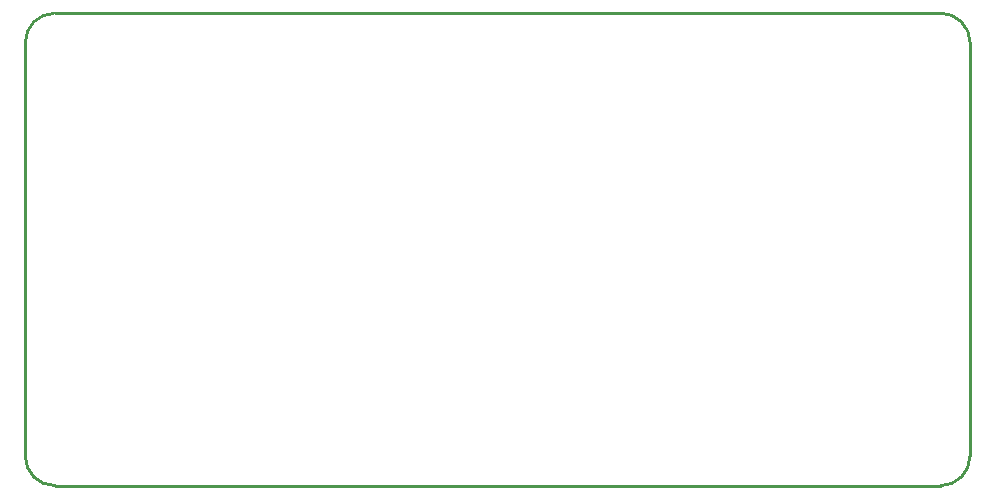
<source format=gm1>
G04*
G04 #@! TF.GenerationSoftware,Altium Limited,Altium Designer,20.0.2 (26)*
G04*
G04 Layer_Color=16711935*
%FSLAX24Y24*%
%MOIN*%
G70*
G01*
G75*
%ADD12C,0.0100*%
D12*
X984Y15748D02*
G03*
X0Y14764I0J-984D01*
G01*
Y984D02*
G03*
X984Y0I984J0D01*
G01*
X30512D02*
G03*
X31496Y984I0J984D01*
G01*
Y14764D02*
G03*
X30512Y15748I-984J0D01*
G01*
X-0Y984D02*
X0Y14764D01*
X984Y15748D02*
X30512D01*
X31496Y984D02*
Y14764D01*
X984Y0D02*
X30512D01*
M02*

</source>
